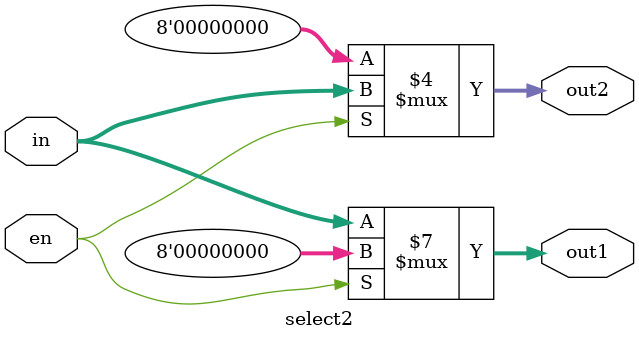
<source format=v>
module select2(in,en,out1,out2);
input [7:0]in;
input en;
output [7:0]out1,out2;
reg [7:0]out1,out2;

always
begin
	if(!en)
		begin
			out1=in;
			out2=0;
		end
	else
		begin
			out1=0;
			out2=in;
		end

end

endmodule


</source>
